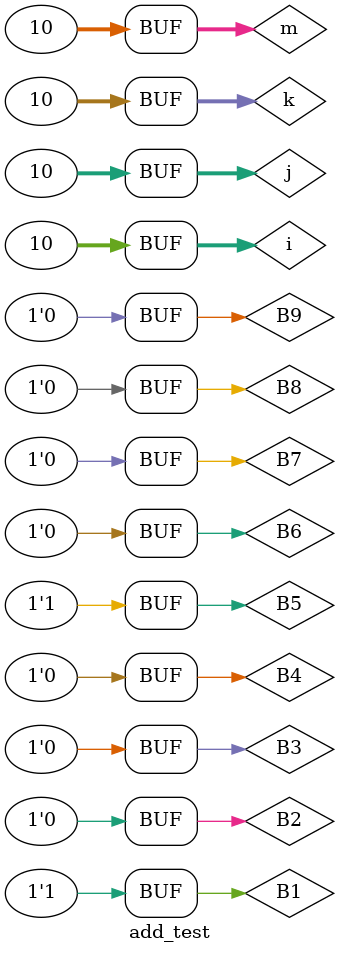
<source format=v>
`timescale 1ns / 1ps


module add_test();
reg B5,B6,B7,B8,B9 ,B1,B2,B3,B4 ;
wire [0:3] en ; 
wire [0:6] seg;
wire dot ;
wire [0:3] one,two,three,four ;
wire [0:15] result;

Calculator add(B1,B2,B3,B4,B5,B6,B7,B8,B9,en,seg,one,two,three,four,dot,result);
integer i,j,k,m;
initial begin

for(i=0 ; i<10 ;i=i+1) begin 
 B1<=0; B1<=1;  end 
 
for(j=0 ; j<10 ;j=j+1) begin 
  B2<=1; #5 B2<=0; end 
  
 for(k=0 ; k<10 ;k=k+1) begin 
   B3<=1; #5 B3<=0; end 
   
 for(m=0 ; m<10 ;m=m+1) begin 
    B4<=1; #5 B4<=0; end 
  
   B5=1;
   B6=0;
   B7=0;
   B8=0;
   B9=0;
   end 
endmodule

</source>
